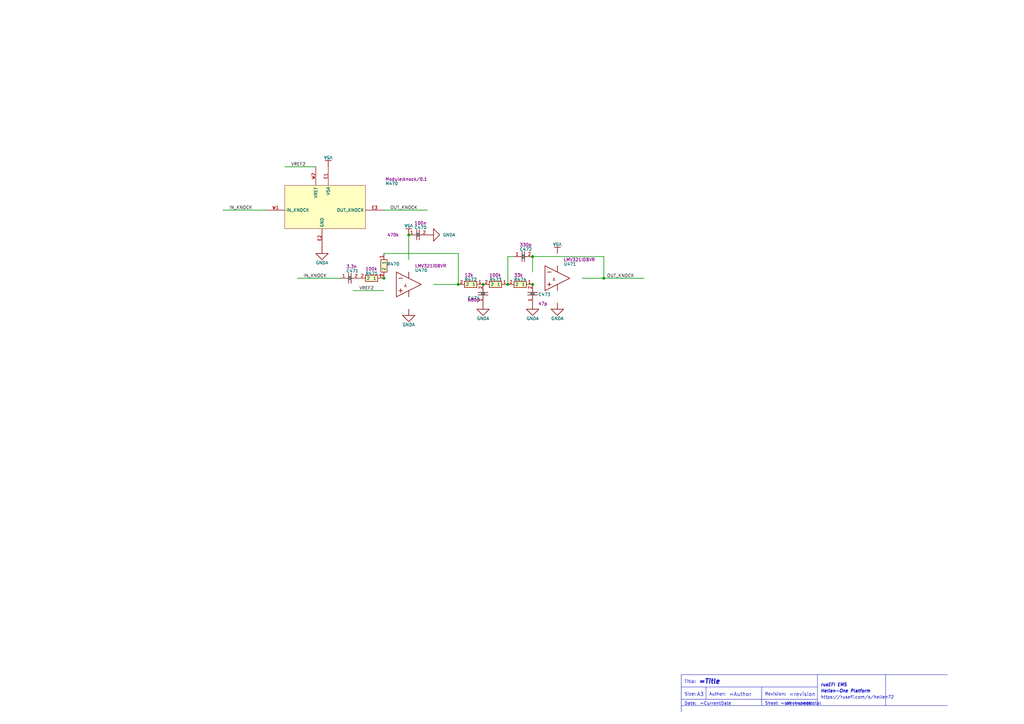
<source format=kicad_sch>
(kicad_sch (version 20201015) (generator eeschema)
  (paper "A3")
  (title_block (title "Hellen-One Knock") (rev "0.1"))
  (lib_symbols
    (symbol "hellen1-knock-altium-import:0_LMV321"
      (property "Value" "0_LMV321" (at 0 0 0))
      (symbol "0_LMV321_-1_0"
        (pin input line (at -5.08 -2.54 0) (length 5.08) (name "IN-") (number "3"))
        (pin input line (at -5.08 -7.62 0) (length 5.08) (name "IN+") (number "1"))
        (pin output line (at 15.24 -5.08 180) (length 5.08) (name "OUT") (number "4"))
        (pin power_in line (at 5.08 5.08 270) (length 5.08) (name "VCC") (number "5"))
        (pin power_in line (at 5.08 -15.24 90) (length 5.08) (name "GND") (number "2"))
      )
      (symbol "0_LMV321_1_0"
        (text "A" (at 3.048 -6.35 0) (effects (font (size 1.27 1.27)) (justify left bottom)))
        (polyline (pts (xy 0 0) (xy 10.16 -5.08)) (stroke (width 0.254)))
        (polyline (pts (xy 0 -10.16) (xy 10.16 -5.08)) (stroke (width 0.254)))
        (polyline (pts (xy 0 0) (xy 0 -10.16)) (stroke (width 0.254)))
        (polyline (pts (xy 1.016 -2.54) (xy 2.54 -2.54)) (stroke (width 0.254)))
        (polyline (pts (xy 1.016 -7.62) (xy 2.54 -7.62)) (stroke (width 0.254)))
        (polyline (pts (xy 1.778 -6.858) (xy 1.778 -8.382)) (stroke (width 0.254)))
        (polyline (pts (xy 5.08 0) (xy 5.08 -2.54)) (stroke (width 0.254)))
        (polyline (pts (xy 5.08 -7.62) (xy 5.08 -10.16)) (stroke (width 0.254)))
      )
    )
    (symbol "hellen1-knock-altium-import:0_Mod-Hellen-Knock"
      (property "Value" "0_Mod-Hellen-Knock" (at 0 0 0))
      (symbol "0_Mod-Hellen-Knock_1_0"
        (rectangle (start 33.02 0) (end 0 -17.78) (fill (type background)))
        (pin passive line (at -7.62 -10.16 0) (length 7.62) (name "IN_KNOCK") (number "W1"))
        (pin passive line (at 12.7 7.62 270) (length 7.62) (name "VREF") (number "W2"))
        (pin passive line (at 40.64 -10.16 180) (length 7.62) (name "OUT_KNOCK") (number "E3"))
        (pin passive line (at 15.24 -25.4 90) (length 7.62) (name "GND") (number "E2"))
        (pin passive line (at 17.78 7.62 270) (length 7.62) (name "V5A") (number "E1"))
      )
    )
    (symbol "hellen1-knock-altium-import:0_Res"
      (property "Value" "0_Res" (at 0 0 0))
      (symbol "0_Res_1_0"
        (rectangle (start 1.27 -2.54) (end -1.27 -7.62) (stroke (width 0.254)) (fill (type background)))
        (pin passive line (at 0 -10.16 90) (length 2.54) (name "2") (number "2"))
        (pin passive line (at 0 0 270) (length 2.54) (name "1") (number "1"))
      )
    )
    (symbol "hellen1-knock-altium-import:1_Cap"
      (property "Value" "1_Cap" (at 0 0 0))
      (symbol "1_Cap_1_0"
        (polyline (pts (xy 4.318 2.032) (xy 4.318 -2.032)) (stroke (width 0.254)))
        (polyline (pts (xy 3.302 -2.032) (xy 3.302 2.032)) (stroke (width 0.254)))
        (polyline (pts (xy 2.54 0) (xy 3.302 0)) (stroke (width 0.254)))
        (polyline (pts (xy 5.08 0) (xy 4.318 0)) (stroke (width 0.254)))
        (pin passive line (at 0 0 0) (length 2.54) (name "1") (number "1"))
        (pin passive line (at 7.62 0 180) (length 2.54) (name "2") (number "2"))
      )
    )
    (symbol "hellen1-knock-altium-import:2_Cap"
      (property "Value" "2_Cap" (at 0 0 0))
      (symbol "2_Cap_1_0"
        (polyline (pts (xy -2.032 4.318) (xy 2.032 4.318)) (stroke (width 0.254)))
        (polyline (pts (xy 2.032 3.302) (xy -2.032 3.302)) (stroke (width 0.254)))
        (polyline (pts (xy 0 2.54) (xy 0 3.302)) (stroke (width 0.254)))
        (polyline (pts (xy 0 5.08) (xy 0 4.318)) (stroke (width 0.254)))
        (pin passive line (at 0 0 90) (length 2.54) (name "1") (number "1"))
        (pin passive line (at 0 7.62 270) (length 2.54) (name "2") (number "2"))
      )
    )
    (symbol "hellen1-knock-altium-import:3_Res"
      (property "Value" "3_Res" (at 0 0 0))
      (symbol "3_Res_1_0"
        (rectangle (start -2.54 1.27) (end -7.62 -1.27) (stroke (width 0.254)) (fill (type background)))
        (pin passive line (at -10.16 0 0) (length 2.54) (name "2") (number "2"))
        (pin passive line (at 0 0 180) (length 2.54) (name "1") (number "1"))
      )
    )
    (symbol "hellen1-knock-altium-import:GNDA" (power)
      (property "Reference" "#PWR" (at 0 0 0))
      (property "Value" "GNDA" (at 0 6.35 0))
      (symbol "GNDA_0_0"
        (polyline (pts (xy 0 0) (xy 0 -2.54)) (stroke (width 0.254)))
        (polyline (pts (xy -2.54 -2.54) (xy 2.54 -2.54) (xy 0 -5.08) (xy -2.54 -2.54)) (stroke (width 0.254)))
        (pin power_in line (at 0 0 0) (length 0) hide (name "GNDA") (number ""))
      )
    )
    (symbol "hellen1-knock-altium-import:V5A" (power)
      (property "Reference" "#PWR" (at 0 0 0))
      (property "Value" "V5A" (at 0 3.81 0))
      (symbol "V5A_0_0"
        (polyline (pts (xy 0 0) (xy 0 -2.54)) (stroke (width 0.254)))
        (polyline (pts (xy -1.27 -2.54) (xy 1.27 -2.54)) (stroke (width 0.254)))
        (pin power_in line (at 0 0 0) (length 0) hide (name "V5A") (number ""))
      )
    )
  )
  (junction (at 157.48 114.1222) (diameter 1.016))
  (junction (at 167.64 96.3422) (diameter 1.016))
  (junction (at 187.96 116.6622) (diameter 1.016))
  (junction (at 198.12 116.6622) (diameter 1.016))
  (junction (at 208.28 116.6622) (diameter 1.016))
  (junction (at 218.44 105.2322) (diameter 1.016))
  (junction (at 218.44 116.6622) (diameter 1.016))
  (junction (at 247.65 114.1222) (diameter 1.016))
  (wire (pts (xy 109.22 86.1822) (xy 91.44 86.1822)) (stroke (width 0.254)))
  (wire (pts (xy 129.54 68.4022) (xy 116.84 68.4022)) (stroke (width 0.254)))
  (wire (pts (xy 139.7 114.1222) (xy 121.92 114.1222)) (stroke (width 0.254)))
  (wire (pts (xy 157.48 103.9622) (xy 187.96 103.9622)) (stroke (width 0.254)))
  (wire (pts (xy 157.48 119.2022) (xy 144.78 119.2022)) (stroke (width 0.254)))
  (wire (pts (xy 167.64 96.3422) (xy 167.64 106.5022)) (stroke (width 0.254)))
  (wire (pts (xy 175.26 86.1822) (xy 157.48 86.1822)) (stroke (width 0.254)))
  (wire (pts (xy 187.96 103.9622) (xy 187.96 116.6622)) (stroke (width 0.254)))
  (wire (pts (xy 187.96 116.6622) (xy 177.8 116.6622)) (stroke (width 0.254)))
  (wire (pts (xy 208.28 105.2322) (xy 210.82 105.2322)) (stroke (width 0.254)))
  (wire (pts (xy 208.28 116.6622) (xy 208.28 105.2322)) (stroke (width 0.254)))
  (wire (pts (xy 218.44 105.2322) (xy 218.44 111.5822)) (stroke (width 0.254)))
  (wire (pts (xy 238.76 114.1222) (xy 247.65 114.1222)) (stroke (width 0.254)))
  (wire (pts (xy 247.65 105.2322) (xy 218.44 105.2322)) (stroke (width 0.254)))
  (wire (pts (xy 247.65 114.1222) (xy 247.65 105.2322)) (stroke (width 0.254)))
  (wire (pts (xy 247.65 114.1222) (xy 264.16 114.1222)) (stroke (width 0.254)))
  (polyline (pts (xy 279.4 276.6822) (xy 279.4 291.9222)) (stroke (width 0) (type solid)))
  (polyline (pts (xy 279.4 281.7622) (xy 335.28 281.7622)) (stroke (width 0) (type solid)))
  (polyline (pts (xy 279.4 286.8422) (xy 335.28 286.8422)) (stroke (width 0) (type solid)))
  (polyline (pts (xy 289.56 281.7622) (xy 289.56 286.8422)) (stroke (width 0) (type solid)))
  (polyline (pts (xy 312.42 281.7622) (xy 312.42 289.3822)) (stroke (width 0) (type solid)))
  (polyline (pts (xy 335.28 276.6822) (xy 335.28 289.3822)) (stroke (width 0) (type solid)))
  (polyline (pts (xy 363.22 276.6822) (xy 279.4 276.6822)) (stroke (width 0) (type solid)))
  (polyline (pts (xy 363.22 276.6822) (xy 363.22 289.3822)) (stroke (width 0) (type solid)))
  (polyline (pts (xy 363.22 289.3822) (xy 279.4 289.3822)) (stroke (width 0) (type solid)))
  (polyline (pts (xy 363.22 289.3822) (xy 388.62 289.3822)) (stroke (width 0) (type solid)))
  (polyline (pts (xy 388.62 276.6822) (xy 363.22 276.6822)) (stroke (width 0) (type solid)))
  (text "Title:" (at 280.67 280.4922 180) (effects (font (size 1.27 1.27)) (justify left bottom)))
  (text "Size:" (at 280.67 285.5722 180) (effects (font (size 1.27 1.27)) (justify left bottom)))
  (text "Date:" (at 280.67 289.3822 180) (effects (font (size 1.27 1.27)) (justify left bottom)))
  (text "A3" (at 285.75 285.8262 180) (effects (font (size 1.524 1.524)) (justify left bottom)))
  (text "=Title" (at 286.512 280.7462 180) (effects (font (size 1.905 1.905) bold italic) (justify left bottom)))
  (text "=CurrentDate" (at 287.02 289.3822 180) (effects (font (size 1.27 1.27)) (justify left bottom)))
  (text "Author:" (at 290.83 285.5722 180) (effects (font (size 1.27 1.27)) (justify left bottom)))
  (text "=Author" (at 298.958 285.8262 180) (effects (font (size 1.524 1.524)) (justify left bottom)))
  (text "Revision:" (at 313.69 285.5722 180) (effects (font (size 1.27 1.27)) (justify left bottom)))
  (text "Sheet" (at 313.69 289.3822 180) (effects (font (size 1.27 1.27)) (justify left bottom)))
  (text "=sheetnumber" (at 320.04 289.3822 180) (effects (font (size 1.27 1.27)) (justify left bottom)))
  (text "of" (at 322.326 289.3822 180) (effects (font (size 1.27 1.27)) (justify left bottom)))
  (text "=revision" (at 323.596 285.8262 180) (effects (font (size 1.524 1.524)) (justify left bottom)))
  (text "=sheettotal" (at 325.628 289.3822 180) (effects (font (size 1.27 1.27)) (justify left bottom)))
  (text "rusEFI EMS" (at 336.55 281.7622 180) (effects (font (size 1.27 1.27) bold italic) (justify left bottom)))
  (text "Hellen-One Platform" (at 336.55 284.3022 180) (effects (font (size 1.27 1.27) bold italic) (justify left bottom)))
  (text "https://rusefi.com/s/hellen72" (at 336.55 286.8422 180) (effects (font (size 1.27 1.27) italic) (justify left bottom)))
  (label "IN_KNOCK" (at 93.98 86.1822 0))
  (label "VREF2" (at 119.38 68.4022 0))
  (label "IN_KNOCK" (at 124.46 114.1222 0))
  (label "VREF2" (at 147.32 119.2022 0))
  (label "OUT_KNOCK" (at 160.02 86.1822 0))
  (label "OUT_KNOCK" (at 248.92 114.1222 0))
  (symbol (lib_id "hellen1-knock-altium-import:V5A") (at 134.62 68.4022 180) (unit 1)
    (property "Reference" "#PWR?" (effects hide))
    (property "Value" "V5A" (at 134.62 64.5922 -180))
  )
  (symbol (lib_id "hellen1-knock-altium-import:V5A") (at 167.64 96.3422 180) (unit 1)
    (property "Reference" "#PWR?" (effects hide))
    (property "Value" "V5A" (at 167.64 92.5322 -180))
  )
  (symbol (lib_id "hellen1-knock-altium-import:V5A") (at 228.6 103.9622 180) (unit 1)
    (property "Reference" "#PWR?" (effects hide))
    (property "Value" "V5A" (at 228.6 100.1522 -180))
  )
  (symbol (lib_id "hellen1-knock-altium-import:GNDA") (at 132.08 101.4222 0) (unit 1)
    (property "Reference" "#PWR?" (effects hide))
    (property "Value" "GNDA" (at 132.08 107.7722 0))
  )
  (symbol (lib_id "hellen1-knock-altium-import:GNDA") (at 167.64 126.8222 0) (unit 1)
    (property "Reference" "#PWR?" (effects hide))
    (property "Value" "GNDA" (at 167.64 133.1722 0))
  )
  (symbol (lib_id "hellen1-knock-altium-import:GNDA") (at 175.26 96.3422 90) (unit 1)
    (property "Reference" "#PWR?" (effects hide))
    (property "Value" "GNDA" (at 181.61 96.3422 -90) (effects (justify left)))
  )
  (symbol (lib_id "hellen1-knock-altium-import:GNDA") (at 198.12 124.2822 0) (unit 1)
    (property "Reference" "#PWR?" (effects hide))
    (property "Value" "GNDA" (at 198.12 130.6322 0))
  )
  (symbol (lib_id "hellen1-knock-altium-import:GNDA") (at 218.44 124.2822 0) (unit 1)
    (property "Reference" "#PWR?" (effects hide))
    (property "Value" "GNDA" (at 218.44 130.6322 0))
  )
  (symbol (lib_id "hellen1-knock-altium-import:GNDA") (at 228.6 124.2822 0) (unit 1)
    (property "Reference" "#PWR?" (effects hide))
    (property "Value" "GNDA" (at 228.6 130.6322 0))
  )
  (symbol (lib_id "hellen1-knock-altium-import:0_Res") (at 157.48 103.9622 0) (unit 1)
    (property "Reference" "R470" (at 158.75 109.0422 0) (effects (justify left bottom)))
    (property "Fitted" "True" (effects hide))
    (property "Supplier Part Number 3" "C23178" (effects hide))
    (property "Supplier Part Number 2" "*" (effects hide))
    (property "Supplier Part Number 1" "*" (effects hide))
    (property "Supplier 1" "Mouser" (effects hide))
    (property "Supplier 2" "DigiKey" (effects hide))
    (property "Supplier 3" "LCSC" (effects hide))
    (property "Type" "SMD" (effects hide))
    (property "PackageReference" "R0603" (effects hide))
    (property "Comment" "470k" (at 158.75 96.3422 0) (effects (justify left)))
  )
  (symbol (lib_id "hellen1-knock-altium-import:3_Res") (at 157.48 114.1222 0) (unit 1)
    (property "Reference" "R471" (at 149.86 112.8522 0) (effects (justify left bottom)))
    (property "Fitted" "True" (effects hide))
    (property "Supplier Part Number 3" "C25803" (effects hide))
    (property "Supplier Part Number 2" "*" (effects hide))
    (property "Supplier Part Number 1" "*" (effects hide))
    (property "Supplier 1" "Mouser" (effects hide))
    (property "Supplier 2" "DigiKey" (effects hide))
    (property "Supplier 3" "LCSC" (effects hide))
    (property "Type" "SMD" (effects hide))
    (property "PackageReference" "R0603" (effects hide))
    (property "Comment" "100k" (at 149.86 110.3122 0) (effects (justify left)))
  )
  (symbol (lib_id "hellen1-knock-altium-import:3_Res") (at 198.12 116.6622 0) (unit 1)
    (property "Reference" "R472" (at 190.5 115.3922 0) (effects (justify left bottom)))
    (property "Fitted" "True" (effects hide))
    (property "Supplier Part Number 3" "C22790" (effects hide))
    (property "Supplier Part Number 2" "*" (effects hide))
    (property "Supplier Part Number 1" "*" (effects hide))
    (property "Supplier 1" "Mouser" (effects hide))
    (property "Supplier 2" "DigiKey" (effects hide))
    (property "Supplier 3" "LCSC" (effects hide))
    (property "Type" "SMD" (effects hide))
    (property "PackageReference" "R0603" (effects hide))
    (property "Comment" "12k" (at 190.5 112.8522 0) (effects (justify left)))
  )
  (symbol (lib_id "hellen1-knock-altium-import:3_Res") (at 208.28 116.6622 0) (unit 1)
    (property "Reference" "R473" (at 200.66 115.3922 0) (effects (justify left bottom)))
    (property "Fitted" "True" (effects hide))
    (property "Supplier Part Number 3" "C25803" (effects hide))
    (property "Supplier Part Number 2" "*" (effects hide))
    (property "Supplier Part Number 1" "*" (effects hide))
    (property "Supplier 1" "Mouser" (effects hide))
    (property "Supplier 2" "DigiKey" (effects hide))
    (property "Supplier 3" "LCSC" (effects hide))
    (property "Type" "SMD" (effects hide))
    (property "PackageReference" "R0603" (effects hide))
    (property "Comment" "100k" (at 200.66 112.8522 0) (effects (justify left)))
  )
  (symbol (lib_id "hellen1-knock-altium-import:3_Res") (at 218.44 116.6622 0) (unit 1)
    (property "Reference" "R474" (at 210.82 115.3922 0) (effects (justify left bottom)))
    (property "Fitted" "True" (effects hide))
    (property "Supplier Part Number 3" "C4216" (effects hide))
    (property "Supplier Part Number 2" "*" (effects hide))
    (property "Supplier Part Number 1" "*" (effects hide))
    (property "Supplier 1" "Mouser" (effects hide))
    (property "Supplier 2" "DigiKey" (effects hide))
    (property "Supplier 3" "LCSC" (effects hide))
    (property "Type" "SMD" (effects hide))
    (property "PackageReference" "R0603" (effects hide))
    (property "Comment" "33k" (at 210.82 112.8522 0) (effects (justify left)))
  )
  (symbol (lib_id "hellen1-knock-altium-import:1_Cap") (at 139.7 114.1222 0) (unit 1)
    (property "Reference" "C471" (at 141.986 111.8362 0) (effects (justify left bottom)))
    (property "Fitted" "True" (effects hide))
    (property "Supplier Part Number 1" "*" (effects hide))
    (property "Supplier Part Number 2" "*" (effects hide))
    (property "Supplier Part Number 3" "C1613" (effects hide))
    (property "Supplier 1" "Mouser" (effects hide))
    (property "Supplier 2" "DigiKey" (effects hide))
    (property "Supplier 3" "LCSC" (effects hide))
    (property "Type" "SMD" (effects hide))
    (property "PackageReference" "C0603" (effects hide))
    (property "Comment" "3.3n" (at 141.986 109.2962 0) (effects (justify left)))
  )
  (symbol (lib_id "hellen1-knock-altium-import:1_Cap") (at 167.64 96.3422 0) (unit 1)
    (property "Reference" "C470" (at 169.926 94.0562 0) (effects (justify left bottom)))
    (property "Fitted" "True" (effects hide))
    (property "Supplier Part Number 1" "*" (effects hide))
    (property "Supplier Part Number 2" "*" (effects hide))
    (property "Supplier Part Number 3" "C14663" (effects hide))
    (property "Supplier 1" "Mouser" (effects hide))
    (property "Supplier 2" "DigiKey" (effects hide))
    (property "Supplier 3" "LCSC" (effects hide))
    (property "Type" "SMD" (effects hide))
    (property "PackageReference" "C0603" (effects hide))
    (property "Comment" "100n" (at 169.926 91.5162 0) (effects (justify left)))
  )
  (symbol (lib_id "hellen1-knock-altium-import:2_Cap") (at 198.12 124.2822 0) (unit 1)
    (property "Reference" "C474" (at 191.77 123.0122 0) (effects (justify left bottom)))
    (property "Fitted" "True" (effects hide))
    (property "Supplier Part Number 1" "*" (effects hide))
    (property "Supplier Part Number 2" "*" (effects hide))
    (property "Supplier Part Number 3" "C1630" (effects hide))
    (property "Supplier 1" "Mouser" (effects hide))
    (property "Supplier 2" "DigiKey" (effects hide))
    (property "Supplier 3" "LCSC" (effects hide))
    (property "Type" "SMD" (effects hide))
    (property "PackageReference" "C0603" (effects hide))
    (property "Comment" "680p" (at 191.77 123.0122 0) (effects (justify left)))
  )
  (symbol (lib_id "hellen1-knock-altium-import:1_Cap") (at 210.82 105.2322 0) (unit 1)
    (property "Reference" "C472" (at 213.106 102.9462 0) (effects (justify left bottom)))
    (property "Fitted" "True" (effects hide))
    (property "Supplier Part Number 1" "*" (effects hide))
    (property "Supplier Part Number 2" "*" (effects hide))
    (property "Supplier Part Number 3" "C1664" (effects hide))
    (property "Supplier 1" "Mouser" (effects hide))
    (property "Supplier 2" "DigiKey" (effects hide))
    (property "Supplier 3" "LCSC" (effects hide))
    (property "Type" "SMD" (effects hide))
    (property "PackageReference" "C0603" (effects hide))
    (property "Comment" "330p" (at 213.106 100.4062 0) (effects (justify left)))
  )
  (symbol (lib_id "hellen1-knock-altium-import:2_Cap") (at 218.44 124.2822 0) (unit 1)
    (property "Reference" "C473" (at 220.726 121.4882 0) (effects (justify left bottom)))
    (property "Fitted" "True" (effects hide))
    (property "Supplier Part Number 1" "*" (effects hide))
    (property "Supplier Part Number 2" "*" (effects hide))
    (property "Supplier Part Number 3" "C1671" (effects hide))
    (property "Supplier 1" "Mouser" (effects hide))
    (property "Supplier 2" "DigiKey" (effects hide))
    (property "Supplier 3" "LCSC" (effects hide))
    (property "Type" "SMD" (effects hide))
    (property "PackageReference" "C0603" (effects hide))
    (property "Comment" "47p" (at 220.726 124.5362 0) (effects (justify left)))
  )
  (symbol (lib_id "hellen1-knock-altium-import:0_LMV321") (at 162.56 111.5822 0) (unit 1)
    (property "Reference" "U470" (at 170.18 111.5822 0) (effects (justify left bottom)))
    (property "Published" "8-Jun-2000" (effects hide))
    (property "LatestRevisionDate" "13-Apr-2006" (effects hide))
    (property "LatestRevisionNote" "IPC-7351 Footprint Added." (effects hide))
    (property "DatasheetVersion" "REV. A 1997" (effects hide))
    (property "PackageVersion" "revA" (effects hide))
    (property "PackageReference" "SOT23-5" (effects hide))
    (property "Publisher" "Altium Limited" (effects hide))
    (property "PackageDescription" "8-Pin Small Outline Integrated Circuit 1.27 mm Pitch" (effects hide))
    (property "Code_JEDEC" "MS-012-AA" (effects hide))
    (property "Code_IPC" "SOIC127P600-8" (effects hide))
    (property "ComponentLink1Description" "Manufacturer Link" (effects hide))
    (property "ComponentLink1URL" "http://www.analog.com/en/audiovideo-products/audio-amplifiers/ad8542/products/product.html" (effects hide))
    (property "ComponentLink2Description" "Datasheet" (effects hide))
    (property "ComponentLink2URL" "http://www.analog.com/static/imported-files/data_sheets/AD8541_8542_8544.pdf" (effects hide))
    (property "Fitted" "True" (effects hide))
    (property "Type" "SMD" (effects hide))
    (property "Supplier 3" "LCSC" (effects hide))
    (property "Supplier Part Number 3" "C7972" (effects hide))
    (property "Comment" "LMV321IDBVR" (at 170.18 109.0422 0) (effects (justify left)))
  )
  (symbol (lib_id "hellen1-knock-altium-import:0_LMV321") (at 223.52 109.0422 0) (unit 1)
    (property "Reference" "U471" (at 231.14 109.0422 0) (effects (justify left bottom)))
    (property "Published" "8-Jun-2000" (effects hide))
    (property "LatestRevisionDate" "13-Apr-2006" (effects hide))
    (property "LatestRevisionNote" "IPC-7351 Footprint Added." (effects hide))
    (property "DatasheetVersion" "REV. A 1997" (effects hide))
    (property "PackageVersion" "revA" (effects hide))
    (property "PackageReference" "SOT23-5" (effects hide))
    (property "Publisher" "Altium Limited" (effects hide))
    (property "PackageDescription" "8-Pin Small Outline Integrated Circuit 1.27 mm Pitch" (effects hide))
    (property "Code_JEDEC" "MS-012-AA" (effects hide))
    (property "Code_IPC" "SOIC127P600-8" (effects hide))
    (property "ComponentLink1Description" "Manufacturer Link" (effects hide))
    (property "ComponentLink1URL" "http://www.analog.com/en/audiovideo-products/audio-amplifiers/ad8542/products/product.html" (effects hide))
    (property "ComponentLink2Description" "Datasheet" (effects hide))
    (property "ComponentLink2URL" "http://www.analog.com/static/imported-files/data_sheets/AD8541_8542_8544.pdf" (effects hide))
    (property "Fitted" "True" (effects hide))
    (property "Type" "SMD" (effects hide))
    (property "Supplier 3" "LCSC" (effects hide))
    (property "Supplier Part Number 3" "C7972" (effects hide))
    (property "Comment" "LMV321IDBVR" (at 231.14 106.5022 0) (effects (justify left)))
  )
  (symbol (lib_id "hellen1-knock-altium-import:0_Mod-Hellen-Knock") (at 116.84 76.0222 0) (unit 1)
    (property "Reference" "M470" (at 157.988 76.0222 0) (effects (justify left bottom)))
    (property "Publisher" "andreika" (effects hide))
    (property "Supplier Part Number 1" "*" (effects hide))
    (property "Supplier Part Number 2" "*" (effects hide))
    (property "Supplier 1" "Mouser" (effects hide))
    (property "Supplier 2" "Digi-Key" (effects hide))
    (property "Fitted" "False" (effects hide))
    (property "Supplier 3" "LCSC" (effects hide))
    (property "Type" "Module" (effects hide))
    (property "Comment" "Module:knock/0.1" (at 157.988 73.4822 0) (effects (justify left)))
  )
)
</source>
